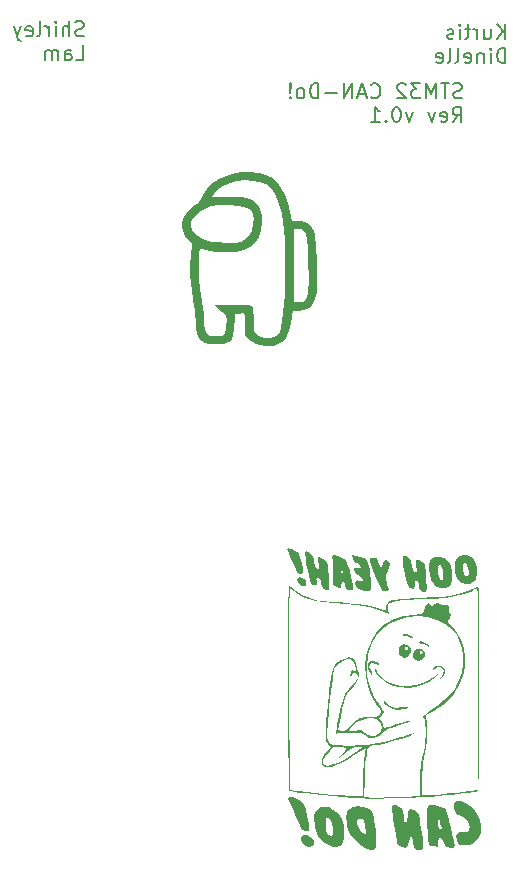
<source format=gbr>
%TF.GenerationSoftware,KiCad,Pcbnew,8.0.6*%
%TF.CreationDate,2024-11-10T12:55:49-08:00*%
%TF.ProjectId,stm32-can-do,73746d33-322d-4636-916e-2d646f2e6b69,v0.1*%
%TF.SameCoordinates,Original*%
%TF.FileFunction,Legend,Bot*%
%TF.FilePolarity,Positive*%
%FSLAX46Y46*%
G04 Gerber Fmt 4.6, Leading zero omitted, Abs format (unit mm)*
G04 Created by KiCad (PCBNEW 8.0.6) date 2024-11-10 12:55:49*
%MOMM*%
%LPD*%
G01*
G04 APERTURE LIST*
%ADD10C,0.200000*%
%ADD11C,0.000000*%
G04 APERTURE END LIST*
D10*
X162070802Y-49824193D02*
X162070802Y-48574193D01*
X161356517Y-49824193D02*
X161892231Y-49109908D01*
X161356517Y-48574193D02*
X162070802Y-49288479D01*
X160285088Y-48990860D02*
X160285088Y-49824193D01*
X160820802Y-48990860D02*
X160820802Y-49645622D01*
X160820802Y-49645622D02*
X160761279Y-49764670D01*
X160761279Y-49764670D02*
X160642231Y-49824193D01*
X160642231Y-49824193D02*
X160463660Y-49824193D01*
X160463660Y-49824193D02*
X160344612Y-49764670D01*
X160344612Y-49764670D02*
X160285088Y-49705146D01*
X159689850Y-49824193D02*
X159689850Y-48990860D01*
X159689850Y-49228955D02*
X159630327Y-49109908D01*
X159630327Y-49109908D02*
X159570803Y-49050384D01*
X159570803Y-49050384D02*
X159451755Y-48990860D01*
X159451755Y-48990860D02*
X159332708Y-48990860D01*
X159094612Y-48990860D02*
X158618421Y-48990860D01*
X158916040Y-48574193D02*
X158916040Y-49645622D01*
X158916040Y-49645622D02*
X158856517Y-49764670D01*
X158856517Y-49764670D02*
X158737469Y-49824193D01*
X158737469Y-49824193D02*
X158618421Y-49824193D01*
X158201754Y-49824193D02*
X158201754Y-48990860D01*
X158201754Y-48574193D02*
X158261278Y-48633717D01*
X158261278Y-48633717D02*
X158201754Y-48693241D01*
X158201754Y-48693241D02*
X158142231Y-48633717D01*
X158142231Y-48633717D02*
X158201754Y-48574193D01*
X158201754Y-48574193D02*
X158201754Y-48693241D01*
X157666040Y-49764670D02*
X157546993Y-49824193D01*
X157546993Y-49824193D02*
X157308897Y-49824193D01*
X157308897Y-49824193D02*
X157189850Y-49764670D01*
X157189850Y-49764670D02*
X157130326Y-49645622D01*
X157130326Y-49645622D02*
X157130326Y-49586098D01*
X157130326Y-49586098D02*
X157189850Y-49467050D01*
X157189850Y-49467050D02*
X157308897Y-49407527D01*
X157308897Y-49407527D02*
X157487469Y-49407527D01*
X157487469Y-49407527D02*
X157606516Y-49348003D01*
X157606516Y-49348003D02*
X157666040Y-49228955D01*
X157666040Y-49228955D02*
X157666040Y-49169431D01*
X157666040Y-49169431D02*
X157606516Y-49050384D01*
X157606516Y-49050384D02*
X157487469Y-48990860D01*
X157487469Y-48990860D02*
X157308897Y-48990860D01*
X157308897Y-48990860D02*
X157189850Y-49050384D01*
X162070802Y-51836623D02*
X162070802Y-50586623D01*
X162070802Y-50586623D02*
X161773183Y-50586623D01*
X161773183Y-50586623D02*
X161594612Y-50646147D01*
X161594612Y-50646147D02*
X161475564Y-50765195D01*
X161475564Y-50765195D02*
X161416041Y-50884242D01*
X161416041Y-50884242D02*
X161356517Y-51122338D01*
X161356517Y-51122338D02*
X161356517Y-51300909D01*
X161356517Y-51300909D02*
X161416041Y-51539004D01*
X161416041Y-51539004D02*
X161475564Y-51658052D01*
X161475564Y-51658052D02*
X161594612Y-51777100D01*
X161594612Y-51777100D02*
X161773183Y-51836623D01*
X161773183Y-51836623D02*
X162070802Y-51836623D01*
X160820802Y-51836623D02*
X160820802Y-51003290D01*
X160820802Y-50586623D02*
X160880326Y-50646147D01*
X160880326Y-50646147D02*
X160820802Y-50705671D01*
X160820802Y-50705671D02*
X160761279Y-50646147D01*
X160761279Y-50646147D02*
X160820802Y-50586623D01*
X160820802Y-50586623D02*
X160820802Y-50705671D01*
X160225564Y-51003290D02*
X160225564Y-51836623D01*
X160225564Y-51122338D02*
X160166041Y-51062814D01*
X160166041Y-51062814D02*
X160046993Y-51003290D01*
X160046993Y-51003290D02*
X159868422Y-51003290D01*
X159868422Y-51003290D02*
X159749374Y-51062814D01*
X159749374Y-51062814D02*
X159689850Y-51181861D01*
X159689850Y-51181861D02*
X159689850Y-51836623D01*
X158618422Y-51777100D02*
X158737470Y-51836623D01*
X158737470Y-51836623D02*
X158975565Y-51836623D01*
X158975565Y-51836623D02*
X159094612Y-51777100D01*
X159094612Y-51777100D02*
X159154136Y-51658052D01*
X159154136Y-51658052D02*
X159154136Y-51181861D01*
X159154136Y-51181861D02*
X159094612Y-51062814D01*
X159094612Y-51062814D02*
X158975565Y-51003290D01*
X158975565Y-51003290D02*
X158737470Y-51003290D01*
X158737470Y-51003290D02*
X158618422Y-51062814D01*
X158618422Y-51062814D02*
X158558898Y-51181861D01*
X158558898Y-51181861D02*
X158558898Y-51300909D01*
X158558898Y-51300909D02*
X159154136Y-51419957D01*
X157844612Y-51836623D02*
X157963660Y-51777100D01*
X157963660Y-51777100D02*
X158023183Y-51658052D01*
X158023183Y-51658052D02*
X158023183Y-50586623D01*
X157189850Y-51836623D02*
X157308898Y-51777100D01*
X157308898Y-51777100D02*
X157368421Y-51658052D01*
X157368421Y-51658052D02*
X157368421Y-50586623D01*
X156237469Y-51777100D02*
X156356517Y-51836623D01*
X156356517Y-51836623D02*
X156594612Y-51836623D01*
X156594612Y-51836623D02*
X156713659Y-51777100D01*
X156713659Y-51777100D02*
X156773183Y-51658052D01*
X156773183Y-51658052D02*
X156773183Y-51181861D01*
X156773183Y-51181861D02*
X156713659Y-51062814D01*
X156713659Y-51062814D02*
X156594612Y-51003290D01*
X156594612Y-51003290D02*
X156356517Y-51003290D01*
X156356517Y-51003290D02*
X156237469Y-51062814D01*
X156237469Y-51062814D02*
X156177945Y-51181861D01*
X156177945Y-51181861D02*
X156177945Y-51300909D01*
X156177945Y-51300909D02*
X156773183Y-51419957D01*
X158380326Y-54764670D02*
X158201755Y-54824193D01*
X158201755Y-54824193D02*
X157904136Y-54824193D01*
X157904136Y-54824193D02*
X157785088Y-54764670D01*
X157785088Y-54764670D02*
X157725564Y-54705146D01*
X157725564Y-54705146D02*
X157666041Y-54586098D01*
X157666041Y-54586098D02*
X157666041Y-54467050D01*
X157666041Y-54467050D02*
X157725564Y-54348003D01*
X157725564Y-54348003D02*
X157785088Y-54288479D01*
X157785088Y-54288479D02*
X157904136Y-54228955D01*
X157904136Y-54228955D02*
X158142231Y-54169431D01*
X158142231Y-54169431D02*
X158261279Y-54109908D01*
X158261279Y-54109908D02*
X158320802Y-54050384D01*
X158320802Y-54050384D02*
X158380326Y-53931336D01*
X158380326Y-53931336D02*
X158380326Y-53812289D01*
X158380326Y-53812289D02*
X158320802Y-53693241D01*
X158320802Y-53693241D02*
X158261279Y-53633717D01*
X158261279Y-53633717D02*
X158142231Y-53574193D01*
X158142231Y-53574193D02*
X157844612Y-53574193D01*
X157844612Y-53574193D02*
X157666041Y-53633717D01*
X157308898Y-53574193D02*
X156594612Y-53574193D01*
X156951755Y-54824193D02*
X156951755Y-53574193D01*
X156177945Y-54824193D02*
X156177945Y-53574193D01*
X156177945Y-53574193D02*
X155761279Y-54467050D01*
X155761279Y-54467050D02*
X155344612Y-53574193D01*
X155344612Y-53574193D02*
X155344612Y-54824193D01*
X154868422Y-53574193D02*
X154094613Y-53574193D01*
X154094613Y-53574193D02*
X154511279Y-54050384D01*
X154511279Y-54050384D02*
X154332708Y-54050384D01*
X154332708Y-54050384D02*
X154213660Y-54109908D01*
X154213660Y-54109908D02*
X154154136Y-54169431D01*
X154154136Y-54169431D02*
X154094613Y-54288479D01*
X154094613Y-54288479D02*
X154094613Y-54586098D01*
X154094613Y-54586098D02*
X154154136Y-54705146D01*
X154154136Y-54705146D02*
X154213660Y-54764670D01*
X154213660Y-54764670D02*
X154332708Y-54824193D01*
X154332708Y-54824193D02*
X154689851Y-54824193D01*
X154689851Y-54824193D02*
X154808898Y-54764670D01*
X154808898Y-54764670D02*
X154868422Y-54705146D01*
X153618422Y-53693241D02*
X153558898Y-53633717D01*
X153558898Y-53633717D02*
X153439851Y-53574193D01*
X153439851Y-53574193D02*
X153142232Y-53574193D01*
X153142232Y-53574193D02*
X153023184Y-53633717D01*
X153023184Y-53633717D02*
X152963660Y-53693241D01*
X152963660Y-53693241D02*
X152904137Y-53812289D01*
X152904137Y-53812289D02*
X152904137Y-53931336D01*
X152904137Y-53931336D02*
X152963660Y-54109908D01*
X152963660Y-54109908D02*
X153677946Y-54824193D01*
X153677946Y-54824193D02*
X152904137Y-54824193D01*
X150701756Y-54705146D02*
X150761280Y-54764670D01*
X150761280Y-54764670D02*
X150939851Y-54824193D01*
X150939851Y-54824193D02*
X151058899Y-54824193D01*
X151058899Y-54824193D02*
X151237470Y-54764670D01*
X151237470Y-54764670D02*
X151356518Y-54645622D01*
X151356518Y-54645622D02*
X151416041Y-54526574D01*
X151416041Y-54526574D02*
X151475565Y-54288479D01*
X151475565Y-54288479D02*
X151475565Y-54109908D01*
X151475565Y-54109908D02*
X151416041Y-53871812D01*
X151416041Y-53871812D02*
X151356518Y-53752765D01*
X151356518Y-53752765D02*
X151237470Y-53633717D01*
X151237470Y-53633717D02*
X151058899Y-53574193D01*
X151058899Y-53574193D02*
X150939851Y-53574193D01*
X150939851Y-53574193D02*
X150761280Y-53633717D01*
X150761280Y-53633717D02*
X150701756Y-53693241D01*
X150225565Y-54467050D02*
X149630327Y-54467050D01*
X150344613Y-54824193D02*
X149927946Y-53574193D01*
X149927946Y-53574193D02*
X149511280Y-54824193D01*
X149094612Y-54824193D02*
X149094612Y-53574193D01*
X149094612Y-53574193D02*
X148380327Y-54824193D01*
X148380327Y-54824193D02*
X148380327Y-53574193D01*
X147785088Y-54348003D02*
X146832708Y-54348003D01*
X146237469Y-54824193D02*
X146237469Y-53574193D01*
X146237469Y-53574193D02*
X145939850Y-53574193D01*
X145939850Y-53574193D02*
X145761279Y-53633717D01*
X145761279Y-53633717D02*
X145642231Y-53752765D01*
X145642231Y-53752765D02*
X145582708Y-53871812D01*
X145582708Y-53871812D02*
X145523184Y-54109908D01*
X145523184Y-54109908D02*
X145523184Y-54288479D01*
X145523184Y-54288479D02*
X145582708Y-54526574D01*
X145582708Y-54526574D02*
X145642231Y-54645622D01*
X145642231Y-54645622D02*
X145761279Y-54764670D01*
X145761279Y-54764670D02*
X145939850Y-54824193D01*
X145939850Y-54824193D02*
X146237469Y-54824193D01*
X144808898Y-54824193D02*
X144927946Y-54764670D01*
X144927946Y-54764670D02*
X144987469Y-54705146D01*
X144987469Y-54705146D02*
X145046993Y-54586098D01*
X145046993Y-54586098D02*
X145046993Y-54228955D01*
X145046993Y-54228955D02*
X144987469Y-54109908D01*
X144987469Y-54109908D02*
X144927946Y-54050384D01*
X144927946Y-54050384D02*
X144808898Y-53990860D01*
X144808898Y-53990860D02*
X144630327Y-53990860D01*
X144630327Y-53990860D02*
X144511279Y-54050384D01*
X144511279Y-54050384D02*
X144451755Y-54109908D01*
X144451755Y-54109908D02*
X144392231Y-54228955D01*
X144392231Y-54228955D02*
X144392231Y-54586098D01*
X144392231Y-54586098D02*
X144451755Y-54705146D01*
X144451755Y-54705146D02*
X144511279Y-54764670D01*
X144511279Y-54764670D02*
X144630327Y-54824193D01*
X144630327Y-54824193D02*
X144808898Y-54824193D01*
X143856517Y-54705146D02*
X143796994Y-54764670D01*
X143796994Y-54764670D02*
X143856517Y-54824193D01*
X143856517Y-54824193D02*
X143916041Y-54764670D01*
X143916041Y-54764670D02*
X143856517Y-54705146D01*
X143856517Y-54705146D02*
X143856517Y-54824193D01*
X143856517Y-54348003D02*
X143916041Y-53633717D01*
X143916041Y-53633717D02*
X143856517Y-53574193D01*
X143856517Y-53574193D02*
X143796994Y-53633717D01*
X143796994Y-53633717D02*
X143856517Y-54348003D01*
X143856517Y-54348003D02*
X143856517Y-53574193D01*
X157606517Y-56836623D02*
X158023183Y-56241385D01*
X158320802Y-56836623D02*
X158320802Y-55586623D01*
X158320802Y-55586623D02*
X157844612Y-55586623D01*
X157844612Y-55586623D02*
X157725564Y-55646147D01*
X157725564Y-55646147D02*
X157666041Y-55705671D01*
X157666041Y-55705671D02*
X157606517Y-55824719D01*
X157606517Y-55824719D02*
X157606517Y-56003290D01*
X157606517Y-56003290D02*
X157666041Y-56122338D01*
X157666041Y-56122338D02*
X157725564Y-56181861D01*
X157725564Y-56181861D02*
X157844612Y-56241385D01*
X157844612Y-56241385D02*
X158320802Y-56241385D01*
X156594612Y-56777100D02*
X156713660Y-56836623D01*
X156713660Y-56836623D02*
X156951755Y-56836623D01*
X156951755Y-56836623D02*
X157070802Y-56777100D01*
X157070802Y-56777100D02*
X157130326Y-56658052D01*
X157130326Y-56658052D02*
X157130326Y-56181861D01*
X157130326Y-56181861D02*
X157070802Y-56062814D01*
X157070802Y-56062814D02*
X156951755Y-56003290D01*
X156951755Y-56003290D02*
X156713660Y-56003290D01*
X156713660Y-56003290D02*
X156594612Y-56062814D01*
X156594612Y-56062814D02*
X156535088Y-56181861D01*
X156535088Y-56181861D02*
X156535088Y-56300909D01*
X156535088Y-56300909D02*
X157130326Y-56419957D01*
X156118421Y-56003290D02*
X155820802Y-56836623D01*
X155820802Y-56836623D02*
X155523183Y-56003290D01*
X154213659Y-56003290D02*
X153916040Y-56836623D01*
X153916040Y-56836623D02*
X153618421Y-56003290D01*
X152904135Y-55586623D02*
X152785088Y-55586623D01*
X152785088Y-55586623D02*
X152666040Y-55646147D01*
X152666040Y-55646147D02*
X152606516Y-55705671D01*
X152606516Y-55705671D02*
X152546992Y-55824719D01*
X152546992Y-55824719D02*
X152487469Y-56062814D01*
X152487469Y-56062814D02*
X152487469Y-56360433D01*
X152487469Y-56360433D02*
X152546992Y-56598528D01*
X152546992Y-56598528D02*
X152606516Y-56717576D01*
X152606516Y-56717576D02*
X152666040Y-56777100D01*
X152666040Y-56777100D02*
X152785088Y-56836623D01*
X152785088Y-56836623D02*
X152904135Y-56836623D01*
X152904135Y-56836623D02*
X153023183Y-56777100D01*
X153023183Y-56777100D02*
X153082707Y-56717576D01*
X153082707Y-56717576D02*
X153142230Y-56598528D01*
X153142230Y-56598528D02*
X153201754Y-56360433D01*
X153201754Y-56360433D02*
X153201754Y-56062814D01*
X153201754Y-56062814D02*
X153142230Y-55824719D01*
X153142230Y-55824719D02*
X153082707Y-55705671D01*
X153082707Y-55705671D02*
X153023183Y-55646147D01*
X153023183Y-55646147D02*
X152904135Y-55586623D01*
X151951754Y-56717576D02*
X151892231Y-56777100D01*
X151892231Y-56777100D02*
X151951754Y-56836623D01*
X151951754Y-56836623D02*
X152011278Y-56777100D01*
X152011278Y-56777100D02*
X151951754Y-56717576D01*
X151951754Y-56717576D02*
X151951754Y-56836623D01*
X150701755Y-56836623D02*
X151416040Y-56836623D01*
X151058897Y-56836623D02*
X151058897Y-55586623D01*
X151058897Y-55586623D02*
X151177945Y-55765195D01*
X151177945Y-55765195D02*
X151296993Y-55884242D01*
X151296993Y-55884242D02*
X151416040Y-55943766D01*
X126380326Y-49514670D02*
X126201755Y-49574193D01*
X126201755Y-49574193D02*
X125904136Y-49574193D01*
X125904136Y-49574193D02*
X125785088Y-49514670D01*
X125785088Y-49514670D02*
X125725564Y-49455146D01*
X125725564Y-49455146D02*
X125666041Y-49336098D01*
X125666041Y-49336098D02*
X125666041Y-49217050D01*
X125666041Y-49217050D02*
X125725564Y-49098003D01*
X125725564Y-49098003D02*
X125785088Y-49038479D01*
X125785088Y-49038479D02*
X125904136Y-48978955D01*
X125904136Y-48978955D02*
X126142231Y-48919431D01*
X126142231Y-48919431D02*
X126261279Y-48859908D01*
X126261279Y-48859908D02*
X126320802Y-48800384D01*
X126320802Y-48800384D02*
X126380326Y-48681336D01*
X126380326Y-48681336D02*
X126380326Y-48562289D01*
X126380326Y-48562289D02*
X126320802Y-48443241D01*
X126320802Y-48443241D02*
X126261279Y-48383717D01*
X126261279Y-48383717D02*
X126142231Y-48324193D01*
X126142231Y-48324193D02*
X125844612Y-48324193D01*
X125844612Y-48324193D02*
X125666041Y-48383717D01*
X125130326Y-49574193D02*
X125130326Y-48324193D01*
X124594612Y-49574193D02*
X124594612Y-48919431D01*
X124594612Y-48919431D02*
X124654136Y-48800384D01*
X124654136Y-48800384D02*
X124773184Y-48740860D01*
X124773184Y-48740860D02*
X124951755Y-48740860D01*
X124951755Y-48740860D02*
X125070803Y-48800384D01*
X125070803Y-48800384D02*
X125130326Y-48859908D01*
X123999374Y-49574193D02*
X123999374Y-48740860D01*
X123999374Y-48324193D02*
X124058898Y-48383717D01*
X124058898Y-48383717D02*
X123999374Y-48443241D01*
X123999374Y-48443241D02*
X123939851Y-48383717D01*
X123939851Y-48383717D02*
X123999374Y-48324193D01*
X123999374Y-48324193D02*
X123999374Y-48443241D01*
X123404136Y-49574193D02*
X123404136Y-48740860D01*
X123404136Y-48978955D02*
X123344613Y-48859908D01*
X123344613Y-48859908D02*
X123285089Y-48800384D01*
X123285089Y-48800384D02*
X123166041Y-48740860D01*
X123166041Y-48740860D02*
X123046994Y-48740860D01*
X122451755Y-49574193D02*
X122570803Y-49514670D01*
X122570803Y-49514670D02*
X122630326Y-49395622D01*
X122630326Y-49395622D02*
X122630326Y-48324193D01*
X121499374Y-49514670D02*
X121618422Y-49574193D01*
X121618422Y-49574193D02*
X121856517Y-49574193D01*
X121856517Y-49574193D02*
X121975564Y-49514670D01*
X121975564Y-49514670D02*
X122035088Y-49395622D01*
X122035088Y-49395622D02*
X122035088Y-48919431D01*
X122035088Y-48919431D02*
X121975564Y-48800384D01*
X121975564Y-48800384D02*
X121856517Y-48740860D01*
X121856517Y-48740860D02*
X121618422Y-48740860D01*
X121618422Y-48740860D02*
X121499374Y-48800384D01*
X121499374Y-48800384D02*
X121439850Y-48919431D01*
X121439850Y-48919431D02*
X121439850Y-49038479D01*
X121439850Y-49038479D02*
X122035088Y-49157527D01*
X121023183Y-48740860D02*
X120725564Y-49574193D01*
X120427945Y-48740860D02*
X120725564Y-49574193D01*
X120725564Y-49574193D02*
X120844612Y-49871812D01*
X120844612Y-49871812D02*
X120904135Y-49931336D01*
X120904135Y-49931336D02*
X121023183Y-49990860D01*
X125725564Y-51586623D02*
X126320802Y-51586623D01*
X126320802Y-51586623D02*
X126320802Y-50336623D01*
X124773183Y-51586623D02*
X124773183Y-50931861D01*
X124773183Y-50931861D02*
X124832707Y-50812814D01*
X124832707Y-50812814D02*
X124951755Y-50753290D01*
X124951755Y-50753290D02*
X125189850Y-50753290D01*
X125189850Y-50753290D02*
X125308897Y-50812814D01*
X124773183Y-51527100D02*
X124892231Y-51586623D01*
X124892231Y-51586623D02*
X125189850Y-51586623D01*
X125189850Y-51586623D02*
X125308897Y-51527100D01*
X125308897Y-51527100D02*
X125368421Y-51408052D01*
X125368421Y-51408052D02*
X125368421Y-51289004D01*
X125368421Y-51289004D02*
X125308897Y-51169957D01*
X125308897Y-51169957D02*
X125189850Y-51110433D01*
X125189850Y-51110433D02*
X124892231Y-51110433D01*
X124892231Y-51110433D02*
X124773183Y-51050909D01*
X124177945Y-51586623D02*
X124177945Y-50753290D01*
X124177945Y-50872338D02*
X124118422Y-50812814D01*
X124118422Y-50812814D02*
X123999374Y-50753290D01*
X123999374Y-50753290D02*
X123820803Y-50753290D01*
X123820803Y-50753290D02*
X123701755Y-50812814D01*
X123701755Y-50812814D02*
X123642231Y-50931861D01*
X123642231Y-50931861D02*
X123642231Y-51586623D01*
X123642231Y-50931861D02*
X123582707Y-50812814D01*
X123582707Y-50812814D02*
X123463660Y-50753290D01*
X123463660Y-50753290D02*
X123285088Y-50753290D01*
X123285088Y-50753290D02*
X123166041Y-50812814D01*
X123166041Y-50812814D02*
X123106517Y-50931861D01*
X123106517Y-50931861D02*
X123106517Y-51586623D01*
D11*
%TO.C,G\u002A\u002A\u002A*%
G36*
X144848560Y-95417549D02*
G01*
X145053512Y-95526711D01*
X145063226Y-95535868D01*
X145175098Y-95720276D01*
X145209454Y-95933273D01*
X145152230Y-96094035D01*
X145038645Y-96149664D01*
X144847227Y-96118258D01*
X144653877Y-95993890D01*
X144504327Y-95808790D01*
X144444314Y-95595185D01*
X144446429Y-95538216D01*
X144502106Y-95416414D01*
X144671237Y-95386120D01*
X144848560Y-95417549D01*
G37*
G36*
X153949359Y-100230562D02*
G01*
X154138279Y-100342693D01*
X154213545Y-100487927D01*
X154190961Y-100551409D01*
X154092088Y-100550778D01*
X153958696Y-100440635D01*
X153947126Y-100428290D01*
X153771004Y-100344688D01*
X153502307Y-100311909D01*
X153347120Y-100307068D01*
X153240760Y-100281235D01*
X153279097Y-100228260D01*
X153451829Y-100167100D01*
X153702103Y-100166908D01*
X153949359Y-100230562D01*
G37*
G36*
X155099231Y-100837137D02*
G01*
X155310200Y-100908495D01*
X155473762Y-101020349D01*
X155484625Y-101032092D01*
X155592560Y-101179389D01*
X155608915Y-101268119D01*
X155530627Y-101258459D01*
X155395764Y-101155629D01*
X155220735Y-101046594D01*
X154978094Y-100992809D01*
X154974923Y-100992802D01*
X154797063Y-100967505D01*
X154723244Y-100907859D01*
X154755122Y-100848888D01*
X154895868Y-100814519D01*
X155099231Y-100837137D01*
G37*
G36*
X145287092Y-117220386D02*
G01*
X145541463Y-117357480D01*
X145755880Y-117576443D01*
X145850218Y-117741364D01*
X145871540Y-117949551D01*
X145739799Y-118119371D01*
X145699035Y-118149615D01*
X145562497Y-118221488D01*
X145422179Y-118208503D01*
X145207163Y-118109321D01*
X145081864Y-118030917D01*
X144884201Y-117822218D01*
X144789072Y-117589893D01*
X144808184Y-117375009D01*
X144953246Y-117218638D01*
X145046858Y-117189274D01*
X145287092Y-117220386D01*
G37*
G36*
X151832193Y-105833560D02*
G01*
X151960492Y-105972136D01*
X152157055Y-106178339D01*
X152441596Y-106342959D01*
X152804003Y-106413965D01*
X153283142Y-106404048D01*
X153453455Y-106390857D01*
X153736354Y-106378538D01*
X153853629Y-106393027D01*
X153806868Y-106434831D01*
X153597659Y-106504458D01*
X153405013Y-106552537D01*
X152998089Y-106584618D01*
X152563718Y-106506066D01*
X152503126Y-106486709D01*
X152242664Y-106357207D01*
X151999598Y-106176904D01*
X151820250Y-105984889D01*
X151750942Y-105820247D01*
X151758104Y-105800272D01*
X151832193Y-105833560D01*
G37*
G36*
X151221399Y-102569198D02*
G01*
X151342233Y-102666587D01*
X151407628Y-102768004D01*
X151335324Y-102785663D01*
X151140783Y-102695365D01*
X150896388Y-102604329D01*
X150691891Y-102639054D01*
X150571234Y-102779142D01*
X150560413Y-102992986D01*
X150685425Y-103248981D01*
X150762839Y-103373260D01*
X150812850Y-103520066D01*
X150812913Y-103522806D01*
X150788173Y-103618943D01*
X150704808Y-103562078D01*
X150559771Y-103350167D01*
X150428012Y-103076421D01*
X150408190Y-102816059D01*
X150531394Y-102592307D01*
X150680050Y-102482047D01*
X150940090Y-102449315D01*
X151221399Y-102569198D01*
G37*
G36*
X156689618Y-102903626D02*
G01*
X156884648Y-103050507D01*
X156990237Y-103251268D01*
X156990455Y-103484253D01*
X156840824Y-103742222D01*
X156829459Y-103756432D01*
X156683328Y-103904950D01*
X156571167Y-103966053D01*
X156562984Y-103965135D01*
X156562462Y-103901823D01*
X156662282Y-103769441D01*
X156792436Y-103589312D01*
X156834118Y-103340993D01*
X156706399Y-103102006D01*
X156694297Y-103088833D01*
X156532093Y-102967722D01*
X156361922Y-102978444D01*
X156136373Y-103122720D01*
X156056155Y-103181746D01*
X155933993Y-103239283D01*
X155929637Y-103180137D01*
X156053133Y-103017056D01*
X156174720Y-102924760D01*
X156429251Y-102860756D01*
X156689618Y-102903626D01*
G37*
G36*
X155273455Y-101810412D02*
G01*
X155248966Y-102064577D01*
X155093886Y-102309028D01*
X154947807Y-102404571D01*
X154703038Y-102431186D01*
X154465084Y-102345174D01*
X154284927Y-102168812D01*
X154213545Y-101924374D01*
X154227772Y-101838281D01*
X154306260Y-101714883D01*
X154808194Y-101714883D01*
X154822995Y-101774308D01*
X154935619Y-101842307D01*
X154995044Y-101827506D01*
X155063044Y-101714883D01*
X155048243Y-101655457D01*
X154935619Y-101587458D01*
X154876194Y-101602259D01*
X154808194Y-101714883D01*
X154306260Y-101714883D01*
X154355537Y-101637409D01*
X154568784Y-101480736D01*
X154809545Y-101417558D01*
X154986424Y-101447784D01*
X155181293Y-101590244D01*
X155233467Y-101714883D01*
X155273455Y-101810412D01*
G37*
G36*
X143843827Y-92953389D02*
G01*
X144066776Y-93027774D01*
X144296647Y-93137660D01*
X144489233Y-93265376D01*
X144600330Y-93393250D01*
X144612921Y-93422620D01*
X144687568Y-93649778D01*
X144766017Y-93956447D01*
X144838522Y-94293954D01*
X144895339Y-94613626D01*
X144926726Y-94866790D01*
X144922938Y-95004772D01*
X144892461Y-95059714D01*
X144746298Y-95126357D01*
X144540443Y-95055027D01*
X144530383Y-95045880D01*
X144450024Y-94919613D01*
X144325192Y-94681799D01*
X144172897Y-94369560D01*
X144010147Y-94020020D01*
X143853955Y-93670300D01*
X143721329Y-93357523D01*
X143629279Y-93118812D01*
X143594816Y-92991290D01*
X143595519Y-92981813D01*
X143672006Y-92932178D01*
X143843827Y-92953389D01*
G37*
G36*
X154102823Y-101472682D02*
G01*
X154095183Y-101721533D01*
X153920082Y-101973593D01*
X153908679Y-101984749D01*
X153715004Y-102124509D01*
X153537808Y-102182107D01*
X153479372Y-102176794D01*
X153259005Y-102066867D01*
X153091057Y-101856422D01*
X153024248Y-101600624D01*
X153079475Y-101389281D01*
X153548955Y-101389281D01*
X153602978Y-101506147D01*
X153719610Y-101569644D01*
X153828500Y-101506992D01*
X153853221Y-101438812D01*
X153804518Y-101305980D01*
X153650129Y-101247658D01*
X153584385Y-101268311D01*
X153548955Y-101389281D01*
X153079475Y-101389281D01*
X153092351Y-101340006D01*
X153268823Y-101154461D01*
X153506303Y-101065253D01*
X153757420Y-101090033D01*
X153974800Y-101246451D01*
X154083656Y-101438812D01*
X154102823Y-101472682D01*
G37*
G36*
X144082029Y-114024586D02*
G01*
X144451691Y-114189255D01*
X144613926Y-114270013D01*
X144837716Y-114397405D01*
X144972708Y-114523860D01*
X145061695Y-114697070D01*
X145147469Y-114964731D01*
X145184152Y-115092893D01*
X145285562Y-115501891D01*
X145368088Y-115913035D01*
X145425028Y-116284879D01*
X145449680Y-116575976D01*
X145435342Y-116744880D01*
X145353339Y-116855579D01*
X145208095Y-116860073D01*
X144965558Y-116756973D01*
X144945747Y-116746157D01*
X144792856Y-116612918D01*
X144647932Y-116379835D01*
X144489691Y-116013662D01*
X144342932Y-115654169D01*
X144147698Y-115209252D01*
X143964229Y-114820515D01*
X143801136Y-114470549D01*
X143703131Y-114178554D01*
X143713467Y-114011830D01*
X143837860Y-113962976D01*
X144082029Y-114024586D01*
G37*
G36*
X151086851Y-103189349D02*
G01*
X151184314Y-103342272D01*
X151193673Y-103359898D01*
X151522733Y-103796699D01*
X151984675Y-104148258D01*
X152559774Y-104402926D01*
X153228301Y-104549058D01*
X153781760Y-104581115D01*
X154547125Y-104493117D01*
X155294621Y-104243812D01*
X156039967Y-103829175D01*
X156379766Y-103603108D01*
X156167391Y-103835464D01*
X155975197Y-104003695D01*
X155624792Y-104228526D01*
X155204767Y-104438946D01*
X154768716Y-104605452D01*
X154427207Y-104687724D01*
X153818974Y-104736980D01*
X153188107Y-104687470D01*
X152579398Y-104547376D01*
X152037641Y-104324878D01*
X151607629Y-104028157D01*
X151515256Y-103939374D01*
X151287982Y-103687630D01*
X151113238Y-103447601D01*
X151014538Y-103254426D01*
X151015399Y-103143241D01*
X151018997Y-103140706D01*
X151086851Y-103189349D01*
G37*
G36*
X159693931Y-95113665D02*
G01*
X159581190Y-95511217D01*
X159339509Y-95806312D01*
X159092670Y-95940897D01*
X158757596Y-95962230D01*
X158374762Y-95824902D01*
X158218793Y-95725790D01*
X157971104Y-95443706D01*
X157827803Y-95049395D01*
X157781570Y-94526840D01*
X157781583Y-94511759D01*
X157782356Y-94494437D01*
X158468642Y-94494437D01*
X158477713Y-94798519D01*
X158543884Y-95083265D01*
X158564883Y-95130717D01*
X158691246Y-95271451D01*
X158833548Y-95289309D01*
X158940416Y-95172702D01*
X158965590Y-95078880D01*
X158971588Y-94848632D01*
X158926738Y-94603154D01*
X158846136Y-94379115D01*
X158744882Y-94213179D01*
X158638075Y-94142014D01*
X158540813Y-94202285D01*
X158516944Y-94249576D01*
X158468642Y-94494437D01*
X157782356Y-94494437D01*
X157797183Y-94162270D01*
X157850203Y-93925381D01*
X157952373Y-93747577D01*
X158198723Y-93546351D01*
X158540272Y-93459987D01*
X158926638Y-93516688D01*
X159014271Y-93549533D01*
X159306880Y-93745501D01*
X159515029Y-94059788D01*
X159654445Y-94513945D01*
X159674974Y-94624971D01*
X159683650Y-94848632D01*
X159693931Y-95113665D01*
G37*
G36*
X157591395Y-95236054D02*
G01*
X157541103Y-95644317D01*
X157423745Y-95977028D01*
X157250400Y-96190033D01*
X156968050Y-96308783D01*
X156624192Y-96307656D01*
X156285764Y-96183981D01*
X155994386Y-95953662D01*
X155791682Y-95632605D01*
X155749601Y-95517077D01*
X155649152Y-95118265D01*
X155597185Y-94707186D01*
X156376362Y-94707186D01*
X156399181Y-94999779D01*
X156448998Y-95282820D01*
X156519960Y-95492307D01*
X156583880Y-95587019D01*
X156682000Y-95626785D01*
X156759795Y-95540224D01*
X156807381Y-95354620D01*
X156814873Y-95097260D01*
X156772388Y-94795432D01*
X156727740Y-94622915D01*
X156628221Y-94383043D01*
X156522192Y-94294886D01*
X156417111Y-94367432D01*
X156386393Y-94469046D01*
X156376362Y-94707186D01*
X155597185Y-94707186D01*
X155596174Y-94699187D01*
X155595819Y-94319202D01*
X155653240Y-94037672D01*
X155669355Y-94002001D01*
X155872081Y-93765093D01*
X156170742Y-93640356D01*
X156522817Y-93646898D01*
X156640722Y-93674861D01*
X157034075Y-93828177D01*
X157306557Y-94064624D01*
X157480081Y-94410059D01*
X157576561Y-94890342D01*
X157585440Y-95097260D01*
X157591395Y-95236054D01*
G37*
G36*
X158291630Y-114358528D02*
G01*
X158673411Y-114493733D01*
X158837742Y-114579549D01*
X159307682Y-114936037D01*
X159673202Y-115390292D01*
X159918408Y-115911539D01*
X160027404Y-116469001D01*
X159984296Y-117031902D01*
X159870946Y-117383531D01*
X159673271Y-117666164D01*
X159353010Y-117909671D01*
X159323256Y-117926921D01*
X159001837Y-118033779D01*
X158610967Y-118065325D01*
X158228077Y-118014353D01*
X158221568Y-118012532D01*
X158059388Y-117892391D01*
X157947591Y-117629062D01*
X157936396Y-117586526D01*
X157883938Y-117275639D01*
X157933192Y-117085156D01*
X158101773Y-116989571D01*
X158407297Y-116963378D01*
X158572561Y-116956640D01*
X158814997Y-116919747D01*
X158953746Y-116861438D01*
X159014373Y-116766164D01*
X159052359Y-116522761D01*
X159004848Y-116243408D01*
X158877756Y-115995541D01*
X158744538Y-115860936D01*
X158532640Y-115702340D01*
X158306770Y-115569775D01*
X158115011Y-115490915D01*
X158005446Y-115493438D01*
X157952249Y-115472357D01*
X157871451Y-115337818D01*
X157788070Y-115135500D01*
X157722839Y-114916503D01*
X157696488Y-114731925D01*
X157699922Y-114665791D01*
X157790266Y-114448121D01*
X157992375Y-114344512D01*
X158291630Y-114358528D01*
G37*
G36*
X148436957Y-117067964D02*
G01*
X148436599Y-117111754D01*
X148382950Y-117570249D01*
X148245193Y-117925618D01*
X148033447Y-118150705D01*
X148010136Y-118163522D01*
X147764748Y-118212013D01*
X147441752Y-118180390D01*
X147098703Y-118079372D01*
X146793156Y-117919681D01*
X146397849Y-117562076D01*
X146114541Y-117102071D01*
X145947255Y-116533661D01*
X145927657Y-116295461D01*
X146840735Y-116295461D01*
X146862358Y-116590530D01*
X146895057Y-116746707D01*
X146997662Y-117016112D01*
X147131874Y-117218195D01*
X147272993Y-117320564D01*
X147396321Y-117290825D01*
X147473628Y-117148071D01*
X147505366Y-116887296D01*
X147477510Y-116574364D01*
X147401227Y-116253678D01*
X147287684Y-115969642D01*
X147148050Y-115766659D01*
X146993491Y-115689130D01*
X146976196Y-115692731D01*
X146904643Y-115798524D01*
X146857160Y-116015446D01*
X146840735Y-116295461D01*
X145927657Y-116295461D01*
X145890538Y-115844310D01*
X145890489Y-115826486D01*
X145907120Y-115516448D01*
X145971611Y-115299840D01*
X146104567Y-115105539D01*
X146270224Y-114933041D01*
X146485298Y-114809722D01*
X146744482Y-114793622D01*
X147099894Y-114872539D01*
X147505891Y-115048082D01*
X147903458Y-115380443D01*
X148195502Y-115835010D01*
X148375507Y-116401083D01*
X148420309Y-116887296D01*
X148436957Y-117067964D01*
G37*
G36*
X150995925Y-93744712D02*
G01*
X151167378Y-93790498D01*
X151240301Y-93857267D01*
X151244080Y-93881008D01*
X151292636Y-94031057D01*
X151379271Y-94250160D01*
X151518240Y-94579097D01*
X151673112Y-94218060D01*
X151760425Y-94044163D01*
X151908967Y-93885792D01*
X152062998Y-93895501D01*
X152226840Y-94072151D01*
X152255504Y-94117019D01*
X152309215Y-94232600D01*
X152310928Y-94358579D01*
X152254843Y-94543185D01*
X152135163Y-94834645D01*
X152070813Y-94987298D01*
X151980373Y-95227450D01*
X151948938Y-95399901D01*
X151970397Y-95564594D01*
X152038639Y-95781473D01*
X152078892Y-95908465D01*
X152147585Y-96180569D01*
X152174749Y-96378176D01*
X152165771Y-96473598D01*
X152090562Y-96555822D01*
X151897165Y-96575418D01*
X151883809Y-96575404D01*
X151770755Y-96568690D01*
X151681470Y-96532142D01*
X151598418Y-96440244D01*
X151504067Y-96267476D01*
X151380883Y-95988320D01*
X151211331Y-95577257D01*
X151210845Y-95576067D01*
X150982465Y-95016915D01*
X150811614Y-94594343D01*
X150691425Y-94287755D01*
X150615033Y-94076553D01*
X150575571Y-93940139D01*
X150566172Y-93857914D01*
X150579972Y-93809282D01*
X150610103Y-93773643D01*
X150641341Y-93753761D01*
X150796921Y-93729327D01*
X150995925Y-93744712D01*
G37*
G36*
X149006882Y-95254780D02*
G01*
X149108719Y-95690522D01*
X149176737Y-96047113D01*
X149201505Y-96283365D01*
X149201125Y-96308113D01*
X149153988Y-96452716D01*
X148995198Y-96490468D01*
X148785239Y-96440029D01*
X148597280Y-96285843D01*
X148521906Y-96076641D01*
X148496057Y-95957509D01*
X148388028Y-95796680D01*
X148250067Y-95725919D01*
X148241184Y-95728466D01*
X148199188Y-95826664D01*
X148182107Y-96023244D01*
X148178249Y-96205748D01*
X148140205Y-96297597D01*
X148026866Y-96288636D01*
X147797104Y-96197478D01*
X147502508Y-96074388D01*
X147502508Y-95189937D01*
X147500784Y-94955949D01*
X147499298Y-94897658D01*
X148188078Y-94897658D01*
X148188404Y-94955402D01*
X148213877Y-95141272D01*
X148267057Y-95216220D01*
X148334359Y-95148772D01*
X148334845Y-94976036D01*
X148267057Y-94748996D01*
X148225864Y-94673424D01*
X148198645Y-94708709D01*
X148188078Y-94897658D01*
X147499298Y-94897658D01*
X147490106Y-94537156D01*
X147471834Y-94169101D01*
X147448487Y-93911354D01*
X147431436Y-93778582D01*
X147424911Y-93604013D01*
X147469947Y-93531578D01*
X147581401Y-93517224D01*
X147673845Y-93528758D01*
X147912547Y-93593949D01*
X148187386Y-93697494D01*
X148265074Y-93731319D01*
X148462291Y-93832509D01*
X148587149Y-93950236D01*
X148679057Y-94133518D01*
X148777428Y-94431372D01*
X148880659Y-94781072D01*
X148932609Y-94976036D01*
X149006882Y-95254780D01*
G37*
G36*
X151127460Y-117282321D02*
G01*
X151146889Y-117636725D01*
X151152336Y-117922822D01*
X151135757Y-118108883D01*
X151093387Y-118232113D01*
X151021462Y-118329718D01*
X150884766Y-118431660D01*
X150652176Y-118460296D01*
X150345509Y-118364345D01*
X149947503Y-118140772D01*
X149847076Y-118073787D01*
X149322812Y-117619185D01*
X148934601Y-117083648D01*
X148693039Y-116485366D01*
X148633505Y-116031477D01*
X149474761Y-116031477D01*
X149525326Y-116295865D01*
X149702191Y-116638775D01*
X149798507Y-116779902D01*
X149981397Y-116999075D01*
X150144284Y-117140306D01*
X150261119Y-117183350D01*
X150305853Y-117107959D01*
X150304520Y-117067769D01*
X150276107Y-116840598D01*
X150220672Y-116549994D01*
X150151432Y-116253795D01*
X150081598Y-116009842D01*
X150024387Y-115875972D01*
X149915875Y-115810530D01*
X149718475Y-115791022D01*
X149550257Y-115858108D01*
X149474761Y-116031477D01*
X148633505Y-116031477D01*
X148608722Y-115842529D01*
X148610425Y-115658154D01*
X148633310Y-115388558D01*
X148693933Y-115202190D01*
X148806416Y-115041854D01*
X148892999Y-114960025D01*
X149197133Y-114812051D01*
X149579856Y-114757406D01*
X149993551Y-114799142D01*
X150390603Y-114940310D01*
X150524938Y-115011696D01*
X150672162Y-115113771D01*
X150768116Y-115244315D01*
X150842071Y-115449145D01*
X150923303Y-115774080D01*
X150953164Y-115912352D01*
X151025468Y-116338615D01*
X151087185Y-116822001D01*
X151112204Y-117107959D01*
X151127460Y-117282321D01*
G37*
G36*
X149415759Y-93554446D02*
G01*
X149437259Y-93558619D01*
X149753076Y-93639156D01*
X150060697Y-93743388D01*
X150139703Y-93776138D01*
X150279321Y-93854925D01*
X150371133Y-93969445D01*
X150442322Y-94163292D01*
X150520072Y-94480059D01*
X150568538Y-94711753D01*
X150638987Y-95135558D01*
X150691567Y-95562912D01*
X150722322Y-95951297D01*
X150727296Y-96258195D01*
X150702532Y-96441086D01*
X150691405Y-96464692D01*
X150542551Y-96559673D01*
X150267224Y-96553288D01*
X149874014Y-96445492D01*
X149713456Y-96384310D01*
X149500436Y-96261772D01*
X149399229Y-96102607D01*
X149372706Y-95863724D01*
X149373182Y-95789853D01*
X149398044Y-95676298D01*
X149494842Y-95646461D01*
X149711204Y-95673591D01*
X149767019Y-95681673D01*
X149974911Y-95688242D01*
X150051003Y-95641973D01*
X150027707Y-95567724D01*
X149905705Y-95412721D01*
X149736767Y-95275415D01*
X149586768Y-95216220D01*
X149584853Y-95216206D01*
X149442327Y-95139204D01*
X149331236Y-94951656D01*
X149286455Y-94712106D01*
X149290701Y-94608358D01*
X149308253Y-94536622D01*
X149311335Y-94536942D01*
X149413667Y-94562255D01*
X149605578Y-94615642D01*
X149667419Y-94632201D01*
X149837954Y-94646302D01*
X149876238Y-94560874D01*
X149793165Y-94361137D01*
X149713788Y-94264578D01*
X149559553Y-94195522D01*
X149412429Y-94174640D01*
X149244204Y-94045410D01*
X149147312Y-93777195D01*
X149090561Y-93493439D01*
X149415759Y-93554446D01*
G37*
G36*
X145240605Y-93187679D02*
G01*
X145385823Y-93278102D01*
X145577301Y-93431521D01*
X145757817Y-93617442D01*
X145859525Y-93824009D01*
X145908456Y-94120174D01*
X145953372Y-94384988D01*
X146069934Y-94623206D01*
X146249498Y-94705221D01*
X146273439Y-94695407D01*
X146307379Y-94570613D01*
X146294358Y-94329197D01*
X146235078Y-94005233D01*
X146222292Y-93944600D01*
X146201108Y-93746496D01*
X146224440Y-93647010D01*
X146265366Y-93646804D01*
X146420406Y-93708853D01*
X146633636Y-93831993D01*
X146695677Y-93873786D01*
X146925660Y-94085545D01*
X147025117Y-94317640D01*
X147053151Y-94513215D01*
X147087323Y-94846912D01*
X147116305Y-95227732D01*
X147137788Y-95612437D01*
X147149460Y-95957787D01*
X147149011Y-96220543D01*
X147134130Y-96357465D01*
X147074140Y-96447840D01*
X146911351Y-96477545D01*
X146671912Y-96358226D01*
X146636570Y-96331390D01*
X146517374Y-96161851D01*
X146483110Y-95893991D01*
X146482198Y-95837414D01*
X146439035Y-95601587D01*
X146318795Y-95474059D01*
X146225410Y-95427112D01*
X146102619Y-95400650D01*
X146062140Y-95492323D01*
X146081567Y-95725919D01*
X146099477Y-95923374D01*
X146072416Y-96037282D01*
X145981564Y-96065719D01*
X145887720Y-96058945D01*
X145746951Y-96003127D01*
X145632813Y-95871458D01*
X145533502Y-95640737D01*
X145437216Y-95287766D01*
X145332149Y-94789346D01*
X145230984Y-94244513D01*
X145157699Y-93764915D01*
X145129535Y-93432866D01*
X145145826Y-93239869D01*
X145205907Y-93177424D01*
X145240605Y-93187679D01*
G37*
G36*
X152874965Y-114700870D02*
G01*
X153101348Y-114799918D01*
X153291448Y-114949517D01*
X153397645Y-115131833D01*
X153424873Y-115267922D01*
X153467026Y-115545575D01*
X153505247Y-115862577D01*
X153508641Y-115894236D01*
X153549509Y-116160398D01*
X153597034Y-116264300D01*
X153653076Y-116204178D01*
X153719494Y-115978270D01*
X153798147Y-115584812D01*
X153847951Y-115343208D01*
X153931159Y-115092693D01*
X154018994Y-115009531D01*
X154100879Y-115020357D01*
X154336816Y-115113972D01*
X154569376Y-115264425D01*
X154717587Y-115423710D01*
X154755374Y-115533897D01*
X154814012Y-115795570D01*
X154879136Y-116157009D01*
X154945491Y-116580078D01*
X155007823Y-117026644D01*
X155060877Y-117458570D01*
X155099400Y-117837724D01*
X155118138Y-118125970D01*
X155111836Y-118285173D01*
X155028927Y-118440823D01*
X154843466Y-118492474D01*
X154636628Y-118475315D01*
X154439094Y-118380615D01*
X154319651Y-118176802D01*
X154251813Y-117834416D01*
X154224296Y-117629534D01*
X154168066Y-117340824D01*
X154111471Y-117211460D01*
X154056706Y-117244923D01*
X154005966Y-117444692D01*
X154000381Y-117475122D01*
X153910667Y-117781717D01*
X153784157Y-118054931D01*
X153619782Y-118325225D01*
X153303754Y-118193180D01*
X153138108Y-118119326D01*
X152993516Y-118021876D01*
X152906967Y-117883353D01*
X152854627Y-117660993D01*
X152812663Y-117312030D01*
X152790988Y-117128985D01*
X152735581Y-116731358D01*
X152664597Y-116273936D01*
X152588109Y-115823512D01*
X152534731Y-115503786D01*
X152487007Y-115161938D01*
X152462495Y-114908588D01*
X152465799Y-114782877D01*
X152503829Y-114725754D01*
X152659919Y-114670205D01*
X152874965Y-114700870D01*
G37*
G36*
X153628983Y-93613194D02*
G01*
X153880397Y-93747257D01*
X154065080Y-94017488D01*
X154166690Y-94403555D01*
X154214589Y-94681822D01*
X154285697Y-94847799D01*
X154395467Y-94922712D01*
X154501569Y-94949091D01*
X154592809Y-94947890D01*
X154595385Y-94885861D01*
X154573652Y-94696816D01*
X154529735Y-94430473D01*
X154496265Y-94213897D01*
X154479114Y-93994359D01*
X154493949Y-93888102D01*
X154497656Y-93884850D01*
X154618490Y-93880114D01*
X154813262Y-93946905D01*
X155021881Y-94058945D01*
X155184258Y-94189960D01*
X155247132Y-94306459D01*
X155298973Y-94527298D01*
X155339639Y-94871546D01*
X155372866Y-95362430D01*
X155389955Y-95765366D01*
X155396395Y-96123252D01*
X155391641Y-96388983D01*
X155375601Y-96523877D01*
X155333423Y-96599037D01*
X155201327Y-96664272D01*
X155041423Y-96614109D01*
X154886549Y-96473750D01*
X154769543Y-96268395D01*
X154723244Y-96023244D01*
X154722943Y-95984586D01*
X154711215Y-95800713D01*
X154687717Y-95725919D01*
X154653237Y-95719334D01*
X154517817Y-95674356D01*
X154445222Y-95664495D01*
X154396218Y-95743547D01*
X154383445Y-95957522D01*
X154378607Y-96143297D01*
X154339616Y-96311300D01*
X154238356Y-96357115D01*
X154047629Y-96309228D01*
X154045513Y-96308488D01*
X153948909Y-96266126D01*
X153874831Y-96198228D01*
X153812469Y-96076512D01*
X153751011Y-95872695D01*
X153679646Y-95558495D01*
X153587565Y-95105629D01*
X153520573Y-94766275D01*
X153437066Y-94318787D01*
X153388362Y-94002060D01*
X153373505Y-93794065D01*
X153391544Y-93672772D01*
X153441523Y-93616152D01*
X153522490Y-93602173D01*
X153628983Y-93613194D01*
G37*
G36*
X157585108Y-117014784D02*
G01*
X157675759Y-117430772D01*
X157706763Y-117594289D01*
X157757121Y-117895392D01*
X157771116Y-118080332D01*
X157749495Y-118184360D01*
X157693008Y-118242724D01*
X157639480Y-118263876D01*
X157435872Y-118278708D01*
X157194534Y-118249695D01*
X157002188Y-118184186D01*
X156945449Y-118085921D01*
X156889059Y-117895978D01*
X156888505Y-117893475D01*
X156794344Y-117648757D01*
X156653172Y-117462292D01*
X156505777Y-117388127D01*
X156479785Y-117410907D01*
X156434781Y-117556319D01*
X156405658Y-117791638D01*
X156379766Y-118195150D01*
X156082442Y-118165394D01*
X155889653Y-118144632D01*
X155743822Y-118111246D01*
X155639576Y-118042985D01*
X155569157Y-117917357D01*
X155524810Y-117711868D01*
X155498777Y-117404028D01*
X155483302Y-116971345D01*
X155470629Y-116391326D01*
X155470547Y-116387418D01*
X155464676Y-115975633D01*
X156348229Y-115975633D01*
X156379018Y-116278340D01*
X156394111Y-116375311D01*
X156464373Y-116624753D01*
X156557637Y-116708528D01*
X156566005Y-116708472D01*
X156645348Y-116690761D01*
X156668225Y-116617611D01*
X156633519Y-116454494D01*
X156540111Y-116166883D01*
X156492831Y-116035142D01*
X156408130Y-115851962D01*
X156358931Y-115832816D01*
X156348229Y-115975633D01*
X155464676Y-115975633D01*
X155463342Y-115882050D01*
X155463297Y-115434718D01*
X155469902Y-115073368D01*
X155482648Y-114825948D01*
X155501028Y-114720404D01*
X155584171Y-114673212D01*
X155818016Y-114654534D01*
X156150432Y-114697641D01*
X156546473Y-114799875D01*
X156994953Y-114940939D01*
X157264760Y-115819654D01*
X157325893Y-116025103D01*
X157461558Y-116519071D01*
X157486118Y-116617611D01*
X157585108Y-117014784D01*
G37*
G36*
X159820210Y-105497390D02*
G01*
X159819945Y-106825197D01*
X159819251Y-107997428D01*
X159817962Y-109023797D01*
X159815912Y-109914016D01*
X159812935Y-110677799D01*
X159808865Y-111324858D01*
X159803537Y-111864908D01*
X159796785Y-112307660D01*
X159788442Y-112662829D01*
X159778343Y-112940127D01*
X159766321Y-113149267D01*
X159752211Y-113299962D01*
X159735847Y-113401926D01*
X159717064Y-113464872D01*
X159695694Y-113498513D01*
X159671572Y-113512561D01*
X159598696Y-113528102D01*
X159360327Y-113565329D01*
X158999689Y-113614069D01*
X158545848Y-113670829D01*
X158027870Y-113732117D01*
X157474820Y-113794437D01*
X156915763Y-113854298D01*
X156379766Y-113908205D01*
X156315947Y-113914093D01*
X155912375Y-113944055D01*
X155389978Y-113974263D01*
X154791165Y-114002666D01*
X154158351Y-114027213D01*
X153533947Y-114045851D01*
X153251794Y-114053190D01*
X152726531Y-114068876D01*
X152272874Y-114085078D01*
X151915387Y-114100778D01*
X151678634Y-114114957D01*
X151587180Y-114126597D01*
X151578264Y-114132945D01*
X151516165Y-114148985D01*
X151391171Y-114156112D01*
X151185531Y-114153638D01*
X150881494Y-114140873D01*
X150461312Y-114117128D01*
X149907232Y-114081713D01*
X149201505Y-114033939D01*
X148317402Y-113969552D01*
X147453611Y-113899709D01*
X146639985Y-113827154D01*
X145893583Y-113753753D01*
X145231466Y-113681374D01*
X144670693Y-113611882D01*
X144228324Y-113547144D01*
X143921420Y-113489026D01*
X143767040Y-113439396D01*
X143757961Y-113390209D01*
X143746167Y-113186014D01*
X143735260Y-112836209D01*
X143725254Y-112354513D01*
X143716164Y-111754642D01*
X143708004Y-111050314D01*
X143700788Y-110255248D01*
X143694532Y-109383159D01*
X143689249Y-108447767D01*
X143684953Y-107462788D01*
X143681660Y-106441941D01*
X143679383Y-105398943D01*
X143678137Y-104347511D01*
X143677936Y-103301363D01*
X143678794Y-102274217D01*
X143680303Y-101497720D01*
X143780086Y-101497720D01*
X143780916Y-102577017D01*
X143782643Y-103715144D01*
X143785294Y-104900501D01*
X143807191Y-113353010D01*
X144401840Y-113450880D01*
X144649532Y-113489035D01*
X145244419Y-113567561D01*
X145940267Y-113646416D01*
X146691374Y-113721191D01*
X147452039Y-113787478D01*
X148176558Y-113840869D01*
X148819231Y-113876957D01*
X150008528Y-113929609D01*
X150024335Y-112536961D01*
X150028500Y-112300263D01*
X150047522Y-111762854D01*
X150077441Y-111248759D01*
X150115090Y-110806839D01*
X150157300Y-110485953D01*
X150172354Y-110399773D01*
X150218511Y-110108422D01*
X150243308Y-109904431D01*
X150241645Y-109827592D01*
X150169882Y-109866775D01*
X149983649Y-109982310D01*
X149712793Y-110155810D01*
X149386607Y-110368736D01*
X149277264Y-110440379D01*
X148662865Y-110827038D01*
X148154796Y-111112929D01*
X147733110Y-111306030D01*
X147377858Y-111414318D01*
X147069091Y-111445771D01*
X146786860Y-111408367D01*
X146748039Y-111396908D01*
X146568323Y-111262347D01*
X146529265Y-111110876D01*
X146666824Y-111110876D01*
X146817325Y-111268750D01*
X146855431Y-111288978D01*
X146963319Y-111334811D01*
X147075500Y-111341118D01*
X147244642Y-111304329D01*
X147523417Y-111220872D01*
X147902391Y-111071512D01*
X148374111Y-110832595D01*
X148891863Y-110528579D01*
X149413880Y-110182407D01*
X149497913Y-110123099D01*
X149763644Y-109930320D01*
X149895164Y-109813985D01*
X149896924Y-109757783D01*
X149773370Y-109745405D01*
X149528953Y-109760541D01*
X149373864Y-109775068D01*
X149165818Y-109815821D01*
X148981560Y-109898627D01*
X148772068Y-110048437D01*
X148488318Y-110290204D01*
X148329881Y-110427599D01*
X148087522Y-110626813D01*
X147962097Y-110711582D01*
X147955879Y-110682031D01*
X148071139Y-110538284D01*
X148310150Y-110280465D01*
X148501275Y-110067390D01*
X148598155Y-109901357D01*
X148554631Y-109803406D01*
X148361163Y-109756585D01*
X148008210Y-109743943D01*
X147809155Y-109747070D01*
X147594019Y-109780417D01*
X147427215Y-109875056D01*
X147235108Y-110061204D01*
X147119758Y-110186376D01*
X146817785Y-110570427D01*
X146666892Y-110878348D01*
X146666824Y-111110876D01*
X146529265Y-111110876D01*
X146510589Y-111038446D01*
X146571073Y-110746234D01*
X146746012Y-110406737D01*
X147031640Y-110040984D01*
X147183902Y-109870133D01*
X147269320Y-109747185D01*
X147260409Y-109678243D01*
X147169670Y-109625696D01*
X147152094Y-109616599D01*
X147010967Y-109472082D01*
X146900441Y-109252940D01*
X146876356Y-109168230D01*
X146853835Y-109039552D01*
X146842111Y-108874317D01*
X146842229Y-108655994D01*
X146843253Y-108633324D01*
X146992809Y-108633324D01*
X147004063Y-108908854D01*
X147042129Y-109182795D01*
X147098997Y-109343778D01*
X147260646Y-109458253D01*
X147580138Y-109553708D01*
X148030085Y-109615798D01*
X148591145Y-109641945D01*
X149243980Y-109629574D01*
X149416620Y-109620833D01*
X150380277Y-109542841D01*
X151273142Y-109411853D01*
X152166640Y-109215206D01*
X153132196Y-108940238D01*
X153368020Y-108867478D01*
X153776451Y-108743796D01*
X154111797Y-108645274D01*
X154344404Y-108580544D01*
X154444618Y-108558238D01*
X154420471Y-108585857D01*
X154276865Y-108665047D01*
X154043646Y-108776942D01*
X154018958Y-108787985D01*
X153711219Y-108904660D01*
X153285424Y-109041785D01*
X152785283Y-109187563D01*
X152254503Y-109330195D01*
X151736794Y-109457887D01*
X151275865Y-109558839D01*
X150915423Y-109621256D01*
X150907782Y-109622275D01*
X150636897Y-109672786D01*
X150492199Y-109744979D01*
X150485372Y-109757783D01*
X150430907Y-109859928D01*
X150391661Y-110032450D01*
X150320142Y-110401159D01*
X150265674Y-110786647D01*
X150224288Y-111227192D01*
X150192018Y-111761075D01*
X150164896Y-112426573D01*
X150111453Y-113963682D01*
X150517834Y-114019383D01*
X150633100Y-114033549D01*
X150925537Y-114057422D01*
X151145970Y-114059677D01*
X151296369Y-114051926D01*
X151586722Y-114039377D01*
X151985113Y-114023340D01*
X152460484Y-114005066D01*
X152981773Y-113985803D01*
X152993183Y-113985389D01*
X153505490Y-113966491D01*
X153963532Y-113948980D01*
X154338426Y-113934008D01*
X154601291Y-113922728D01*
X154723244Y-113916294D01*
X154775575Y-113888718D01*
X154812103Y-113795790D01*
X154832992Y-113611559D01*
X154841133Y-113309874D01*
X154839413Y-112864584D01*
X154850819Y-112161758D01*
X154943199Y-111196174D01*
X155130903Y-110294816D01*
X155164998Y-110158004D01*
X155250366Y-109696971D01*
X155304952Y-109204846D01*
X155329635Y-108710084D01*
X155325292Y-108241143D01*
X155292801Y-107826479D01*
X155233040Y-107494548D01*
X155146886Y-107273808D01*
X155035218Y-107192716D01*
X155019326Y-107185186D01*
X155073285Y-107119110D01*
X155232943Y-107007380D01*
X155539918Y-106813814D01*
X156286232Y-106301446D01*
X156893926Y-105810334D01*
X157381456Y-105322784D01*
X157767279Y-104821101D01*
X158069852Y-104287589D01*
X158369396Y-103503057D01*
X158507384Y-102714807D01*
X158482169Y-101909649D01*
X158295111Y-101068149D01*
X158265090Y-100975366D01*
X157954727Y-100306021D01*
X157518149Y-99744296D01*
X156964883Y-99296469D01*
X156304457Y-98968818D01*
X155546400Y-98767624D01*
X154700239Y-98699163D01*
X153780028Y-98768577D01*
X152954346Y-98974868D01*
X152229680Y-99314388D01*
X151610844Y-99783486D01*
X151102652Y-100378513D01*
X150709918Y-101095817D01*
X150437454Y-101931750D01*
X150411796Y-102048168D01*
X150324164Y-102886245D01*
X150393475Y-103757291D01*
X150615664Y-104644247D01*
X150986663Y-105530058D01*
X151502404Y-106397666D01*
X151759836Y-106771831D01*
X151583027Y-107020136D01*
X151406218Y-107268442D01*
X151577792Y-107549856D01*
X151601140Y-107589626D01*
X151706644Y-107815302D01*
X151749683Y-107990551D01*
X151759442Y-108067886D01*
X151819264Y-108107509D01*
X151834356Y-108117505D01*
X152023374Y-108095158D01*
X152198343Y-108049377D01*
X152496277Y-107952179D01*
X152814975Y-107833159D01*
X152883322Y-107806570D01*
X153192512Y-107700972D01*
X153503837Y-107613434D01*
X153776599Y-107553261D01*
X153970101Y-107529759D01*
X154043646Y-107552231D01*
X154034782Y-107560161D01*
X153911120Y-107614603D01*
X153664428Y-107706867D01*
X153323732Y-107826371D01*
X152918060Y-107962535D01*
X152860690Y-107981453D01*
X152400706Y-108138591D01*
X152069571Y-108266366D01*
X151835884Y-108379792D01*
X151668244Y-108493882D01*
X151535248Y-108623649D01*
X151361031Y-108794425D01*
X151151194Y-108903852D01*
X150855649Y-108954426D01*
X150768752Y-108961970D01*
X150532693Y-108963000D01*
X150375336Y-108906942D01*
X150227333Y-108773868D01*
X150211875Y-108757388D01*
X150123520Y-108672933D01*
X150025478Y-108615732D01*
X149885707Y-108580478D01*
X149672166Y-108561866D01*
X149352812Y-108554590D01*
X148895602Y-108553344D01*
X148626463Y-108553913D01*
X148246183Y-108559332D01*
X147993621Y-108573367D01*
X147841440Y-108599502D01*
X147762306Y-108641221D01*
X147728881Y-108702006D01*
X147707205Y-108772828D01*
X147692799Y-108778897D01*
X147703700Y-108661171D01*
X147735431Y-108446875D01*
X147783514Y-108163234D01*
X147843472Y-107837473D01*
X147910826Y-107496817D01*
X147981100Y-107168491D01*
X148105748Y-106627753D01*
X148246420Y-106073155D01*
X148377517Y-105640217D01*
X148509393Y-105303292D01*
X148652405Y-105036732D01*
X148816906Y-104814892D01*
X149013252Y-104612123D01*
X149172794Y-104451446D01*
X149408859Y-104155051D01*
X149556072Y-103884309D01*
X149600943Y-103667403D01*
X149529986Y-103532511D01*
X149411622Y-103476449D01*
X149202419Y-103484934D01*
X149050336Y-103647491D01*
X148958154Y-103838628D01*
X148952405Y-103621253D01*
X148976713Y-103454655D01*
X149080380Y-103238978D01*
X149159069Y-103152365D01*
X149165818Y-103171366D01*
X149158786Y-103226536D01*
X149244468Y-103317362D01*
X149322128Y-103324509D01*
X149381187Y-103220076D01*
X149383539Y-103171683D01*
X149354444Y-102839615D01*
X149259378Y-102549840D01*
X149117626Y-102344831D01*
X148948471Y-102267056D01*
X148679618Y-102320308D01*
X148353469Y-102461828D01*
X148028090Y-102658619D01*
X147757947Y-102877666D01*
X147597504Y-103085955D01*
X147590781Y-103104012D01*
X147552101Y-103281475D01*
X147502001Y-103596622D01*
X147443298Y-104023603D01*
X147378810Y-104536565D01*
X147311355Y-105109655D01*
X147243751Y-105717022D01*
X147178816Y-106332814D01*
X147119368Y-106931178D01*
X147068226Y-107486264D01*
X147028207Y-107972218D01*
X147002128Y-108363189D01*
X146992809Y-108633324D01*
X146843253Y-108633324D01*
X146855235Y-108368049D01*
X146882176Y-107993951D01*
X146924098Y-107517167D01*
X146982046Y-106921165D01*
X147057067Y-106189412D01*
X147150206Y-105305377D01*
X147177621Y-105047560D01*
X147249448Y-104390455D01*
X147313160Y-103874072D01*
X147376041Y-103477314D01*
X147445375Y-103179081D01*
X147528445Y-102958275D01*
X147632535Y-102793797D01*
X147764929Y-102664547D01*
X147932910Y-102549427D01*
X148143763Y-102427339D01*
X148454470Y-102271835D01*
X148816466Y-102167200D01*
X149096233Y-102197972D01*
X149304913Y-102363539D01*
X149345546Y-102426170D01*
X149454435Y-102686724D01*
X149519438Y-102981376D01*
X149536313Y-103102541D01*
X149584906Y-103315906D01*
X149637522Y-103420843D01*
X149711161Y-103532981D01*
X149705134Y-103750592D01*
X149614845Y-104026700D01*
X149456522Y-104325047D01*
X149246395Y-104609382D01*
X149000694Y-104843447D01*
X148919063Y-104912755D01*
X148780054Y-105076175D01*
X148653349Y-105300739D01*
X148531026Y-105607756D01*
X148405165Y-106018536D01*
X148267844Y-106554388D01*
X148111143Y-107236622D01*
X147866338Y-108340969D01*
X148211068Y-108367919D01*
X148278939Y-108372560D01*
X148447614Y-108366410D01*
X148493504Y-108347403D01*
X148861706Y-108347403D01*
X148918431Y-108369045D01*
X149102591Y-108373395D01*
X149370089Y-108354511D01*
X149631979Y-108332342D01*
X149832554Y-108343177D01*
X149985649Y-108407751D01*
X150155875Y-108541435D01*
X150189840Y-108570419D01*
X150474546Y-108765787D01*
X150739520Y-108833982D01*
X151045357Y-108792078D01*
X151317784Y-108652533D01*
X151509447Y-108407326D01*
X151588027Y-108107509D01*
X151542101Y-107798949D01*
X151360248Y-107527517D01*
X151254740Y-107439367D01*
X151103060Y-107365837D01*
X150893082Y-107334883D01*
X150569349Y-107332856D01*
X150448655Y-107337402D01*
X149891718Y-107430872D01*
X149443191Y-107646208D01*
X149088430Y-107989908D01*
X149028005Y-108071315D01*
X148909001Y-108248676D01*
X148861706Y-108347403D01*
X148493504Y-108347403D01*
X148587243Y-108308578D01*
X148743480Y-108172548D01*
X148961978Y-107931806D01*
X149018638Y-107868391D01*
X149366961Y-107541993D01*
X149728576Y-107334782D01*
X150152478Y-107225815D01*
X150687665Y-107194147D01*
X150905279Y-107193276D01*
X151147507Y-107181730D01*
X151290615Y-107144765D01*
X151378394Y-107067614D01*
X151454634Y-106935511D01*
X151513466Y-106813790D01*
X151537741Y-106685289D01*
X151480736Y-106551417D01*
X151328988Y-106349367D01*
X151147008Y-106102338D01*
X150730865Y-105369975D01*
X150424275Y-104563053D01*
X150237053Y-103720711D01*
X150179013Y-102882082D01*
X150259968Y-102086303D01*
X150486028Y-101269113D01*
X150843692Y-100503035D01*
X151317858Y-99860426D01*
X151907436Y-99342227D01*
X152611338Y-98949382D01*
X153428474Y-98682830D01*
X154357754Y-98543515D01*
X154402937Y-98540054D01*
X154742265Y-98511447D01*
X154951347Y-98480237D01*
X155065592Y-98432519D01*
X155120408Y-98354388D01*
X155151205Y-98231939D01*
X155249643Y-97906686D01*
X155398730Y-97676050D01*
X155578398Y-97594816D01*
X155681451Y-97616559D01*
X155796582Y-97721485D01*
X155827972Y-97778455D01*
X155906301Y-97784112D01*
X156060222Y-97679010D01*
X156082550Y-97661558D01*
X156267857Y-97538459D01*
X156395269Y-97526467D01*
X156522360Y-97617979D01*
X156546961Y-97636688D01*
X156728374Y-97699702D01*
X156974415Y-97724166D01*
X157082467Y-97724284D01*
X157243893Y-97746117D01*
X157304803Y-97834341D01*
X157314214Y-98033589D01*
X157314756Y-98074665D01*
X157335790Y-98288255D01*
X157377926Y-98408784D01*
X157382329Y-98413368D01*
X157441664Y-98585320D01*
X157401214Y-98804292D01*
X157274458Y-98994027D01*
X157235015Y-99030501D01*
X157176545Y-99109002D01*
X157194188Y-99193237D01*
X157304936Y-99318878D01*
X157525786Y-99521598D01*
X157608409Y-99599534D01*
X158013083Y-100102437D01*
X158337747Y-100714336D01*
X158567763Y-101393954D01*
X158688494Y-102100013D01*
X158685655Y-102714807D01*
X158685302Y-102791237D01*
X158663470Y-102962324D01*
X158469510Y-103744961D01*
X158134806Y-104513541D01*
X157680132Y-105227363D01*
X157126262Y-105845727D01*
X157066801Y-105900238D01*
X156746810Y-106169629D01*
X156389103Y-106440782D01*
X156034838Y-106685016D01*
X155725172Y-106873653D01*
X155501264Y-106978016D01*
X155474571Y-106986882D01*
X155351538Y-107071880D01*
X155362083Y-107223574D01*
X155381259Y-107316075D01*
X155411128Y-107564951D01*
X155439202Y-107907535D01*
X155461297Y-108298495D01*
X155470626Y-108569837D01*
X155468217Y-108966612D01*
X155438431Y-109346075D01*
X155375600Y-109768664D01*
X155274055Y-110294816D01*
X155136833Y-111082367D01*
X155001629Y-112573136D01*
X154996941Y-112706268D01*
X154989038Y-113121438D01*
X154992548Y-113464644D01*
X155006701Y-113703322D01*
X155030728Y-113804908D01*
X155098099Y-113825880D01*
X155300395Y-113843161D01*
X155572743Y-113840799D01*
X155660014Y-113835621D01*
X155961856Y-113811424D01*
X156375804Y-113773159D01*
X156866701Y-113724574D01*
X157399389Y-113669418D01*
X157938711Y-113611442D01*
X158449510Y-113554395D01*
X158896629Y-113502026D01*
X159244910Y-113458085D01*
X159459197Y-113426320D01*
X159735284Y-113376576D01*
X159735284Y-104848572D01*
X159735144Y-104081438D01*
X159734389Y-102923696D01*
X159733019Y-101822341D01*
X159731080Y-100788727D01*
X159728620Y-99834203D01*
X159725683Y-98970121D01*
X159722317Y-98207832D01*
X159718567Y-97558686D01*
X159714479Y-97034036D01*
X159710099Y-96645233D01*
X159705474Y-96403626D01*
X159700649Y-96320568D01*
X159652645Y-96338183D01*
X159488252Y-96415093D01*
X159254663Y-96532355D01*
X159143159Y-96586913D01*
X158531907Y-96815771D01*
X157785112Y-97001222D01*
X156927436Y-97139093D01*
X155983542Y-97225217D01*
X154978094Y-97255422D01*
X154696761Y-97257489D01*
X154008486Y-97279206D01*
X153400669Y-97322547D01*
X152895571Y-97385017D01*
X152515452Y-97464123D01*
X152282573Y-97557372D01*
X152223980Y-97598939D01*
X152113576Y-97745180D01*
X152110908Y-97963329D01*
X152154872Y-98189500D01*
X152213065Y-98379812D01*
X152231976Y-98438230D01*
X152200406Y-98469058D01*
X152073562Y-98433895D01*
X151822498Y-98328974D01*
X151628358Y-98250530D01*
X151141403Y-98085960D01*
X150591114Y-97931066D01*
X150048303Y-97804902D01*
X149583779Y-97726524D01*
X149504657Y-97717925D01*
X149210709Y-97691575D01*
X148807259Y-97660127D01*
X148336921Y-97626802D01*
X147842308Y-97594824D01*
X147576840Y-97577250D01*
X146720468Y-97497549D01*
X146006236Y-97387739D01*
X145413582Y-97241866D01*
X144921947Y-97053978D01*
X144510769Y-96818118D01*
X144159487Y-96528335D01*
X144044755Y-96422680D01*
X143881806Y-96312293D01*
X143805732Y-96336940D01*
X143802378Y-96373537D01*
X143797037Y-96564505D01*
X143792370Y-96907122D01*
X143788405Y-97389785D01*
X143785170Y-98000892D01*
X143782693Y-98728841D01*
X143781002Y-99562030D01*
X143780123Y-100488858D01*
X143780086Y-101497720D01*
X143680303Y-101497720D01*
X143680727Y-101279790D01*
X143683748Y-100331800D01*
X143687871Y-99443964D01*
X143693112Y-98630000D01*
X143699485Y-97903627D01*
X143707003Y-97278560D01*
X143715681Y-96768518D01*
X143725535Y-96387219D01*
X143736577Y-96148380D01*
X143748822Y-96065719D01*
X143773466Y-96073789D01*
X143898399Y-96166029D01*
X144067384Y-96328147D01*
X144327740Y-96561784D01*
X144874191Y-96899149D01*
X145543886Y-97165379D01*
X146313211Y-97349732D01*
X146456812Y-97369991D01*
X146790173Y-97405038D01*
X147226608Y-97442247D01*
X147725904Y-97478289D01*
X148247846Y-97509836D01*
X148523737Y-97526228D01*
X149441961Y-97606921D01*
X150232949Y-97723909D01*
X150928243Y-97882706D01*
X151559386Y-98088828D01*
X151990643Y-98252693D01*
X151947871Y-97987467D01*
X151941071Y-97938097D01*
X151964557Y-97719202D01*
X152114344Y-97526188D01*
X152158236Y-97488678D01*
X152302616Y-97402274D01*
X152503738Y-97331702D01*
X152780462Y-97274361D01*
X153151648Y-97227648D01*
X153636154Y-97188962D01*
X154252841Y-97155701D01*
X155020569Y-97125263D01*
X155763896Y-97091823D01*
X156648908Y-97025789D01*
X157402572Y-96933060D01*
X158046425Y-96810113D01*
X158602004Y-96653425D01*
X159090848Y-96459472D01*
X159219696Y-96400202D01*
X159501768Y-96272511D01*
X159704155Y-96183864D01*
X159789723Y-96150668D01*
X159792821Y-96195291D01*
X159796917Y-96395385D01*
X159800811Y-96745882D01*
X159804464Y-97235518D01*
X159807836Y-97853028D01*
X159810887Y-98587147D01*
X159813578Y-99426611D01*
X159815868Y-100360154D01*
X159817719Y-101376512D01*
X159819090Y-102464420D01*
X159819941Y-103612613D01*
X159820234Y-104809827D01*
X159820233Y-104848572D01*
X159820210Y-105497390D01*
G37*
G36*
X146156917Y-69983327D02*
G01*
X146156525Y-70447763D01*
X146142555Y-70809436D01*
X146089470Y-71283112D01*
X145946554Y-71857064D01*
X145721027Y-72290447D01*
X145406735Y-72590742D01*
X144997524Y-72765432D01*
X144487240Y-72822000D01*
X144066375Y-72822000D01*
X144012664Y-73224166D01*
X143980209Y-73436011D01*
X143900272Y-73847053D01*
X143801058Y-74270063D01*
X143694287Y-74660283D01*
X143591676Y-74972953D01*
X143504946Y-75163314D01*
X143391759Y-75285748D01*
X143132640Y-75472513D01*
X142800547Y-75652852D01*
X142447333Y-75795757D01*
X142152011Y-75840360D01*
X141761673Y-75824446D01*
X141350831Y-75753254D01*
X140987274Y-75634280D01*
X140874506Y-75577501D01*
X140569923Y-75377841D01*
X140303585Y-75148852D01*
X139992000Y-74828024D01*
X139992000Y-73899803D01*
X139991600Y-73602445D01*
X139986724Y-73297999D01*
X139971331Y-73115678D01*
X139939366Y-73027598D01*
X139884774Y-73005879D01*
X139801500Y-73022635D01*
X139632094Y-73054651D01*
X139378166Y-73074843D01*
X139289975Y-73077261D01*
X139206386Y-73104759D01*
X139163442Y-73193081D01*
X139147604Y-73378398D01*
X139145333Y-73696879D01*
X139134403Y-74037551D01*
X139099487Y-74453140D01*
X139048905Y-74797909D01*
X139021480Y-74926327D01*
X138944791Y-75171073D01*
X138832074Y-75331368D01*
X138646738Y-75468196D01*
X138620280Y-75484382D01*
X138442143Y-75573415D01*
X138241845Y-75625849D01*
X137970444Y-75650256D01*
X137579000Y-75655208D01*
X137073318Y-75630988D01*
X136669517Y-75548802D01*
X136365862Y-75390351D01*
X136146607Y-75137295D01*
X135996003Y-74771291D01*
X135898303Y-74273996D01*
X135837760Y-73627069D01*
X135809626Y-73271787D01*
X135758473Y-72793059D01*
X135698394Y-72357495D01*
X135637291Y-72028109D01*
X135584431Y-71767506D01*
X135496156Y-71145206D01*
X135433258Y-70428169D01*
X135398455Y-69665213D01*
X135394466Y-68905155D01*
X135394633Y-68901158D01*
X136098980Y-68901158D01*
X136110876Y-69545633D01*
X136144948Y-70225763D01*
X136198366Y-70891072D01*
X136268300Y-71491086D01*
X136351920Y-71975333D01*
X136371192Y-72067384D01*
X136456204Y-72566866D01*
X136523389Y-73106314D01*
X136559611Y-73584000D01*
X136581143Y-73972660D01*
X136628242Y-74373135D01*
X136702352Y-74645840D01*
X136810651Y-74814389D01*
X136960316Y-74902396D01*
X136999210Y-74913472D01*
X137242778Y-74950812D01*
X137543759Y-74964403D01*
X137845729Y-74955468D01*
X138092266Y-74925233D01*
X138226945Y-74874921D01*
X138236047Y-74864872D01*
X138319406Y-74686988D01*
X138391421Y-74392819D01*
X138442815Y-74030333D01*
X138464313Y-73647500D01*
X138464548Y-73553353D01*
X138451792Y-73374605D01*
X138401609Y-73228217D01*
X138290819Y-73079019D01*
X138096241Y-72891837D01*
X137794694Y-72631500D01*
X137421520Y-72314000D01*
X139000114Y-72314000D01*
X139532148Y-72314945D01*
X139948651Y-72319467D01*
X140242368Y-72329909D01*
X140437146Y-72348615D01*
X140556837Y-72377931D01*
X140625290Y-72420200D01*
X140666354Y-72477767D01*
X140698587Y-72608641D01*
X140727344Y-72875990D01*
X140746829Y-73234667D01*
X140754000Y-73644182D01*
X140754000Y-74646830D01*
X141109614Y-74877415D01*
X141245460Y-74954484D01*
X141697547Y-75092083D01*
X142175288Y-75087728D01*
X142625463Y-74939248D01*
X142710898Y-74890978D01*
X142865573Y-74763626D01*
X142972768Y-74579070D01*
X143069668Y-74282320D01*
X143096937Y-74178225D01*
X143196557Y-73662290D01*
X143279857Y-73010000D01*
X143346591Y-72247161D01*
X143396514Y-71399578D01*
X143429380Y-70493056D01*
X143444943Y-69553400D01*
X143442959Y-68606415D01*
X143423180Y-67677907D01*
X143385362Y-66793679D01*
X143329259Y-65979538D01*
X143323246Y-65921666D01*
X144131438Y-65921666D01*
X144138079Y-68964638D01*
X144139779Y-69553400D01*
X144140024Y-69638276D01*
X144142858Y-70284655D01*
X144146362Y-70856915D01*
X144150375Y-71336014D01*
X144154736Y-71702909D01*
X144159284Y-71938557D01*
X144163860Y-72023914D01*
X144245620Y-72062651D01*
X144461986Y-72094625D01*
X144708815Y-72086755D01*
X144902666Y-72037504D01*
X145034461Y-71958236D01*
X145171433Y-71823122D01*
X145271545Y-71632292D01*
X145340058Y-71363090D01*
X145382233Y-70992856D01*
X145403331Y-70498934D01*
X145408614Y-69858666D01*
X145407193Y-69597904D01*
X145397034Y-68984787D01*
X145378799Y-68360414D01*
X145354447Y-67784977D01*
X145325937Y-67318666D01*
X145300859Y-67001837D01*
X145267229Y-66653573D01*
X145230526Y-66418873D01*
X145182723Y-66264666D01*
X145115791Y-66157880D01*
X145021702Y-66065445D01*
X144988850Y-66037815D01*
X144757155Y-65913545D01*
X144464896Y-65896111D01*
X144131438Y-65921666D01*
X143323246Y-65921666D01*
X143254626Y-65261289D01*
X143161216Y-64664736D01*
X143080701Y-64295510D01*
X142850275Y-63537813D01*
X142560808Y-62915538D01*
X142217194Y-62438017D01*
X141824323Y-62114583D01*
X141760848Y-62079181D01*
X141253230Y-61887009D01*
X140665279Y-61791292D01*
X140031408Y-61785939D01*
X139386028Y-61864861D01*
X138763552Y-62021967D01*
X138198390Y-62251168D01*
X137724956Y-62546375D01*
X137377660Y-62901497D01*
X137200083Y-63150881D01*
X138363208Y-63151438D01*
X139119535Y-63165670D01*
X139734519Y-63212621D01*
X140221716Y-63299292D01*
X140600987Y-63432683D01*
X140892193Y-63619797D01*
X141115197Y-63867637D01*
X141289859Y-64183203D01*
X141389309Y-64467118D01*
X141442282Y-64803305D01*
X141449773Y-65078659D01*
X141454280Y-65244333D01*
X141454072Y-65261720D01*
X141385372Y-65983094D01*
X141198916Y-66584463D01*
X140892160Y-67069880D01*
X140462561Y-67443397D01*
X139907576Y-67709069D01*
X139615641Y-67774874D01*
X139185274Y-67819992D01*
X138675912Y-67839939D01*
X138133073Y-67835176D01*
X137602273Y-67806162D01*
X137129031Y-67753358D01*
X136758862Y-67677224D01*
X136192724Y-67513712D01*
X136133009Y-68071325D01*
X136112090Y-68342810D01*
X136098980Y-68901158D01*
X135394633Y-68901158D01*
X135424007Y-68196814D01*
X135499790Y-67127444D01*
X135164565Y-66746608D01*
X134986106Y-66518218D01*
X134741842Y-66035960D01*
X134673891Y-65628222D01*
X135433216Y-65628222D01*
X135555477Y-65967197D01*
X135845110Y-66314075D01*
X136005065Y-66445914D01*
X136330149Y-66655814D01*
X136664169Y-66819324D01*
X136711806Y-66837755D01*
X136939440Y-66913360D01*
X137181748Y-66966599D01*
X137477393Y-67002483D01*
X137865035Y-67026026D01*
X138383333Y-67042241D01*
X138547859Y-67046084D01*
X138985439Y-67053836D01*
X139297221Y-67051357D01*
X139516458Y-67034850D01*
X139676404Y-67000518D01*
X139810313Y-66944563D01*
X139951440Y-66863188D01*
X140320369Y-66539385D01*
X140583726Y-66084873D01*
X140739290Y-65502908D01*
X140780667Y-65078659D01*
X140743435Y-64688285D01*
X140604138Y-64387244D01*
X140350125Y-64165003D01*
X139968746Y-64011027D01*
X139447350Y-63914781D01*
X138773288Y-63865731D01*
X138524888Y-63858869D01*
X137772179Y-63881441D01*
X137144570Y-63980668D01*
X136618576Y-64163973D01*
X136170707Y-64438781D01*
X135777475Y-64812513D01*
X135688375Y-64920057D01*
X135477717Y-65283669D01*
X135433216Y-65628222D01*
X134673891Y-65628222D01*
X134659299Y-65540666D01*
X134674555Y-65394407D01*
X134797664Y-65034632D01*
X135018436Y-64647745D01*
X135305693Y-64276732D01*
X135628259Y-63964577D01*
X135954956Y-63754267D01*
X135974838Y-63743065D01*
X136113814Y-63602183D01*
X136287424Y-63353736D01*
X136467187Y-63037572D01*
X136596314Y-62802996D01*
X136966426Y-62291259D01*
X137419929Y-61888160D01*
X137998670Y-61553140D01*
X138213045Y-61457154D01*
X138937467Y-61219696D01*
X139694146Y-61088407D01*
X140449876Y-61062816D01*
X141171447Y-61142449D01*
X141825651Y-61326833D01*
X142379280Y-61615497D01*
X142718329Y-61917442D01*
X143078053Y-62398461D01*
X143395823Y-63000320D01*
X143658512Y-63697636D01*
X143852993Y-64465028D01*
X143994468Y-65185066D01*
X144478732Y-65185066D01*
X144879827Y-65217834D01*
X145303631Y-65365086D01*
X145626559Y-65639768D01*
X145864413Y-66051765D01*
X145876989Y-66088246D01*
X145923495Y-66318826D01*
X145970140Y-66681301D01*
X146015210Y-67146337D01*
X146056991Y-67684603D01*
X146093766Y-68266767D01*
X146123822Y-68863497D01*
X146145444Y-69445461D01*
X146154258Y-69858666D01*
X146156917Y-69983327D01*
G37*
%TD*%
M02*

</source>
